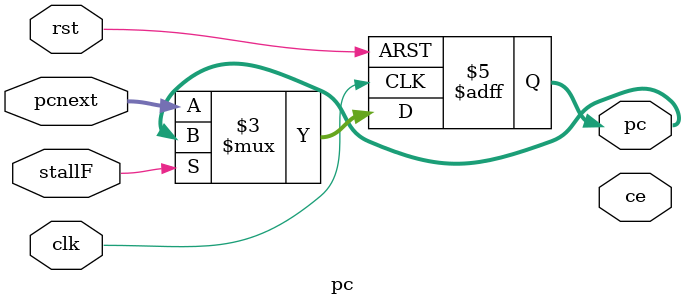
<source format=v>
`timescale 1ns / 1ps

module pc #(parameter WIDTH = 32)(
	input wire clk,rst,stallF,
	input wire [WIDTH-1:0] pcnext,
	output reg [WIDTH-1:0] pc,
	output reg ce
    );


	// always @(posedge clk) begin
    //     if(rst) begin
    //         ce <= 0;
    //     end
    //     else begin
    //         ce <= 1;
    //     end
    // end
	// always @(posedge clk) begin
	// 	if(!ce) 
	// 		pc <= 32'hbfc00000;
	// 	else if(~stallF) 
	// 		pc <= pcnext;
		
	// end
	always @(posedge clk, posedge rst) begin
		if(rst)begin
			pc <= 0;
		end
		else if(~stallF)
			pc <= pcnext;
	end
endmodule

</source>
